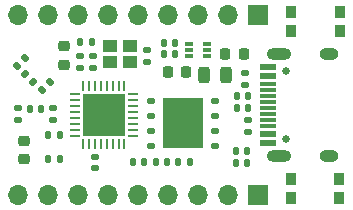
<source format=gbr>
%TF.GenerationSoftware,KiCad,Pcbnew,(6.0.0)*%
%TF.CreationDate,2022-01-12T23:40:10-08:00*%
%TF.ProjectId,lofive-unchained,6c6f6669-7665-42d7-956e-636861696e65,rev?*%
%TF.SameCoordinates,Original*%
%TF.FileFunction,Soldermask,Top*%
%TF.FilePolarity,Negative*%
%FSLAX46Y46*%
G04 Gerber Fmt 4.6, Leading zero omitted, Abs format (unit mm)*
G04 Created by KiCad (PCBNEW (6.0.0)) date 2022-01-12 23:40:10*
%MOMM*%
%LPD*%
G01*
G04 APERTURE LIST*
G04 Aperture macros list*
%AMRoundRect*
0 Rectangle with rounded corners*
0 $1 Rounding radius*
0 $2 $3 $4 $5 $6 $7 $8 $9 X,Y pos of 4 corners*
0 Add a 4 corners polygon primitive as box body*
4,1,4,$2,$3,$4,$5,$6,$7,$8,$9,$2,$3,0*
0 Add four circle primitives for the rounded corners*
1,1,$1+$1,$2,$3*
1,1,$1+$1,$4,$5*
1,1,$1+$1,$6,$7*
1,1,$1+$1,$8,$9*
0 Add four rect primitives between the rounded corners*
20,1,$1+$1,$2,$3,$4,$5,0*
20,1,$1+$1,$4,$5,$6,$7,0*
20,1,$1+$1,$6,$7,$8,$9,0*
20,1,$1+$1,$8,$9,$2,$3,0*%
G04 Aperture macros list end*
%ADD10RoundRect,0.062500X-0.337500X-0.062500X0.337500X-0.062500X0.337500X0.062500X-0.337500X0.062500X0*%
%ADD11RoundRect,0.062500X-0.062500X-0.337500X0.062500X-0.337500X0.062500X0.337500X-0.062500X0.337500X0*%
%ADD12R,3.600000X3.600000*%
%ADD13RoundRect,0.125000X0.250000X0.125000X-0.250000X0.125000X-0.250000X-0.125000X0.250000X-0.125000X0*%
%ADD14R,3.400000X4.300000*%
%ADD15C,0.650000*%
%ADD16R,1.450000X0.600000*%
%ADD17R,1.450000X0.300000*%
%ADD18O,2.100000X1.000000*%
%ADD19O,1.600000X1.000000*%
%ADD20RoundRect,0.147500X-0.147500X-0.172500X0.147500X-0.172500X0.147500X0.172500X-0.147500X0.172500X0*%
%ADD21RoundRect,0.243750X-0.243750X-0.456250X0.243750X-0.456250X0.243750X0.456250X-0.243750X0.456250X0*%
%ADD22RoundRect,0.147500X-0.172500X0.147500X-0.172500X-0.147500X0.172500X-0.147500X0.172500X0.147500X0*%
%ADD23R,0.700000X0.400000*%
%ADD24RoundRect,0.147500X0.172500X-0.147500X0.172500X0.147500X-0.172500X0.147500X-0.172500X-0.147500X0*%
%ADD25RoundRect,0.147500X0.147500X0.172500X-0.147500X0.172500X-0.147500X-0.172500X0.147500X-0.172500X0*%
%ADD26RoundRect,0.218750X0.218750X0.256250X-0.218750X0.256250X-0.218750X-0.256250X0.218750X-0.256250X0*%
%ADD27RoundRect,0.218750X-0.218750X-0.256250X0.218750X-0.256250X0.218750X0.256250X-0.218750X0.256250X0*%
%ADD28R,1.700000X1.700000*%
%ADD29O,1.700000X1.700000*%
%ADD30RoundRect,0.147500X0.017678X-0.226274X0.226274X-0.017678X-0.017678X0.226274X-0.226274X0.017678X0*%
%ADD31RoundRect,0.147500X0.226274X0.017678X0.017678X0.226274X-0.226274X-0.017678X-0.017678X-0.226274X0*%
%ADD32R,1.150000X1.000000*%
%ADD33RoundRect,0.218750X0.256250X-0.218750X0.256250X0.218750X-0.256250X0.218750X-0.256250X-0.218750X0*%
%ADD34R,0.900000X1.000000*%
%ADD35RoundRect,0.218750X-0.256250X0.218750X-0.256250X-0.218750X0.256250X-0.218750X0.256250X0.218750X0*%
G04 APERTURE END LIST*
D10*
%TO.C,U1*%
X124143600Y-74018200D03*
X124143600Y-74518200D03*
X124143600Y-75018200D03*
X124143600Y-75518200D03*
X124143600Y-76018200D03*
X124143600Y-76518200D03*
X124143600Y-77018200D03*
X124143600Y-77518200D03*
D11*
X124843600Y-78218200D03*
X125343600Y-78218200D03*
X125843600Y-78218200D03*
X126343600Y-78218200D03*
X126843600Y-78218200D03*
X127343600Y-78218200D03*
X127843600Y-78218200D03*
X128343600Y-78218200D03*
D10*
X129043600Y-77518200D03*
X129043600Y-77018200D03*
X129043600Y-76518200D03*
X129043600Y-76018200D03*
X129043600Y-75518200D03*
X129043600Y-75018200D03*
X129043600Y-74518200D03*
X129043600Y-74018200D03*
D11*
X128343600Y-73318200D03*
X127843600Y-73318200D03*
X127343600Y-73318200D03*
X126843600Y-73318200D03*
X126343600Y-73318200D03*
X125843600Y-73318200D03*
X125343600Y-73318200D03*
X124843600Y-73318200D03*
D12*
X126593600Y-75768200D03*
%TD*%
D13*
%TO.C,U2*%
X136024600Y-78384400D03*
X136024600Y-77114400D03*
X136024600Y-75844400D03*
X136024600Y-74574400D03*
X130624600Y-74574400D03*
X130624600Y-75844400D03*
X130624600Y-77114400D03*
X130624600Y-78384400D03*
D14*
X133324600Y-76479400D03*
%TD*%
D15*
%TO.C,J3*%
X141983200Y-72042600D03*
X141983200Y-77822600D03*
D16*
X140538200Y-78182600D03*
X140538200Y-77382600D03*
D17*
X140538200Y-76182600D03*
X140538200Y-75182600D03*
X140538200Y-74682600D03*
X140538200Y-73682600D03*
D16*
X140538200Y-72482600D03*
X140538200Y-71682600D03*
X140538200Y-71682600D03*
X140538200Y-72482600D03*
D17*
X140538200Y-73182600D03*
X140538200Y-74182600D03*
X140538200Y-75682600D03*
X140538200Y-76682600D03*
D16*
X140538200Y-77382600D03*
X140538200Y-78182600D03*
D18*
X141453200Y-70612600D03*
X141453200Y-79252600D03*
D19*
X145633200Y-70612600D03*
X145633200Y-79252600D03*
%TD*%
D20*
%TO.C,R1*%
X121892200Y-77470000D03*
X122862200Y-77470000D03*
%TD*%
%TO.C,C12*%
X131010800Y-79756000D03*
X131980800Y-79756000D03*
%TD*%
D21*
%TO.C,L3*%
X135054100Y-72390000D03*
X136929100Y-72390000D03*
%TD*%
D22*
%TO.C,C3*%
X119354600Y-75207000D03*
X119354600Y-76177000D03*
%TD*%
D23*
%TO.C,U3*%
X133793800Y-69781800D03*
X133793800Y-70281800D03*
X133793800Y-70781800D03*
X135293800Y-70781800D03*
X135293800Y-70281800D03*
X135293800Y-69781800D03*
%TD*%
D24*
%TO.C,R12*%
X138811000Y-77193000D03*
X138811000Y-76223000D03*
%TD*%
D20*
%TO.C,R14*%
X137764800Y-78841600D03*
X138734800Y-78841600D03*
%TD*%
D25*
%TO.C,R7*%
X122859800Y-79527400D03*
X121889800Y-79527400D03*
%TD*%
%TO.C,C8*%
X125559399Y-69632600D03*
X124589399Y-69632600D03*
%TD*%
D22*
%TO.C,C1*%
X130276600Y-70304800D03*
X130276600Y-71274800D03*
%TD*%
D20*
%TO.C,C5*%
X129029600Y-79756000D03*
X129999600Y-79756000D03*
%TD*%
D26*
%TO.C,C13*%
X133578700Y-72161400D03*
X132003700Y-72161400D03*
%TD*%
D27*
%TO.C,C14*%
X136880500Y-70637400D03*
X138455500Y-70637400D03*
%TD*%
D28*
%TO.C,J1*%
X139690000Y-67310000D03*
D29*
X137150000Y-67310000D03*
X134610000Y-67310000D03*
X132070000Y-67310000D03*
X129530000Y-67310000D03*
X126990000Y-67310000D03*
X124450000Y-67310000D03*
X121910000Y-67310000D03*
X119370000Y-67310000D03*
%TD*%
D30*
%TO.C,C11*%
X119214853Y-71615347D03*
X119900747Y-70929453D03*
%TD*%
D31*
%TO.C,L2*%
X120637347Y-72986947D03*
X119951453Y-72301053D03*
%TD*%
D32*
%TO.C,Y1*%
X128854200Y-69923200D03*
X127104200Y-69923200D03*
X127104200Y-71323200D03*
X128854200Y-71323200D03*
%TD*%
D20*
%TO.C,R3*%
X137832000Y-75184000D03*
X138802000Y-75184000D03*
%TD*%
D25*
%TO.C,C10*%
X133885800Y-79756000D03*
X132915800Y-79756000D03*
%TD*%
D22*
%TO.C,R13*%
X138557000Y-72235200D03*
X138557000Y-73205200D03*
%TD*%
%TO.C,C6*%
X122301000Y-75207000D03*
X122301000Y-76177000D03*
%TD*%
%TO.C,R2*%
X125642400Y-70798600D03*
X125642400Y-71768600D03*
%TD*%
D20*
%TO.C,L1*%
X120340400Y-75234800D03*
X121310400Y-75234800D03*
%TD*%
%TO.C,R8*%
X137767200Y-79832200D03*
X138737200Y-79832200D03*
%TD*%
D28*
%TO.C,J2*%
X139690000Y-82550000D03*
D29*
X137150000Y-82550000D03*
X134610000Y-82550000D03*
X132070000Y-82550000D03*
X129530000Y-82550000D03*
X126990000Y-82550000D03*
X124450000Y-82550000D03*
X121910000Y-82550000D03*
X119370000Y-82550000D03*
%TD*%
D30*
%TO.C,C9*%
X121331223Y-73706223D03*
X122017117Y-73020329D03*
%TD*%
D33*
%TO.C,C4*%
X123254800Y-71537700D03*
X123254800Y-69962700D03*
%TD*%
D25*
%TO.C,R5*%
X132641200Y-69646800D03*
X131671200Y-69646800D03*
%TD*%
D22*
%TO.C,C2*%
X125831600Y-79321800D03*
X125831600Y-80291800D03*
%TD*%
D34*
%TO.C,SW2*%
X142476000Y-67043400D03*
X146576000Y-67043400D03*
X142476000Y-68643400D03*
X146576000Y-68643400D03*
%TD*%
D35*
%TO.C,D1*%
X119862600Y-77952500D03*
X119862600Y-79527500D03*
%TD*%
D34*
%TO.C,SW1*%
X146550600Y-81216600D03*
X142450600Y-81216600D03*
X146550600Y-82816600D03*
X142450600Y-82816600D03*
%TD*%
D20*
%TO.C,R6*%
X131671200Y-70637400D03*
X132641200Y-70637400D03*
%TD*%
D24*
%TO.C,C7*%
X124566400Y-71768600D03*
X124566400Y-70798600D03*
%TD*%
D20*
%TO.C,R4*%
X137832001Y-74168000D03*
X138802001Y-74168000D03*
%TD*%
M02*

</source>
